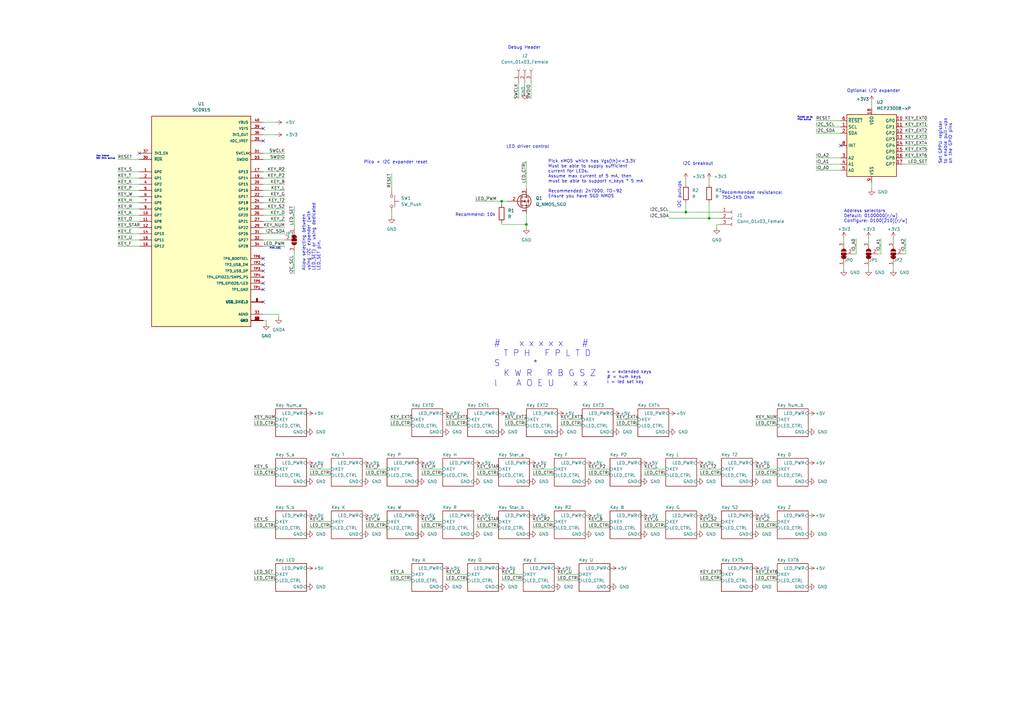
<source format=kicad_sch>
(kicad_sch (version 20211123) (generator eeschema)
  (paper "A3")
  (title_block (title "Keyboard") (rev "1"))
  (junction (at 290.83 89.535))
  (junction (at 281.305 86.995))
  (junction (at 205.74 82.55))
  (junction (at 215.9 92.075))
  (no_connect (at 57.15 62.865))
  (no_connect (at 107.95 123.825))
  (no_connect (at 107.95 57.785))
  (no_connect (at 107.95 52.705))
  (no_connect (at 107.95 111.125))
  (no_connect (at 107.95 108.585))
  (no_connect (at 107.95 116.205))
  (no_connect (at 107.95 118.745))
  (no_connect (at 107.95 106.045))
  (no_connect (at 344.805 59.69))
  (wire (pts (xy 334.645 49.53) (xy 344.805 49.53)))
  (wire (pts (xy 287.02 194.945) (xy 295.91 194.945)))
  (wire (pts (xy 107.95 83.185) (xy 116.84 83.185)))
  (wire (pts (xy 48.26 73.025) (xy 57.15 73.025)))
  (wire (pts (xy 229.87 172.085) (xy 238.76 172.085)))
  (wire (pts (xy 370.205 49.53) (xy 380.365 49.53)))
  (wire (pts (xy 281.305 86.995) (xy 295.275 86.995)))
  (wire (pts (xy 295.275 92.075) (xy 294.005 92.075)))
  (wire (pts (xy 218.44 194.945) (xy 227.33 194.945)))
  (wire (pts (xy 107.95 95.885) (xy 116.84 95.885)))
  (wire (pts (xy 107.95 100.965) (xy 116.84 100.965)))
  (wire (pts (xy 107.95 50.165) (xy 113.03 50.165)))
  (wire (pts (xy 207.01 172.085) (xy 215.9 172.085)))
  (wire (pts (xy 160.655 71.12) (xy 160.655 77.47)))
  (wire (pts (xy 370.205 54.61) (xy 380.365 54.61)))
  (wire (pts (xy 215.9 92.075) (xy 215.9 93.345)))
  (wire (pts (xy 120.65 84.455) (xy 120.65 93.345)))
  (wire (pts (xy 195.58 194.945) (xy 204.47 194.945)))
  (wire (pts (xy 182.88 235.585) (xy 191.77 235.585)))
  (wire (pts (xy 229.87 174.625) (xy 238.76 174.625)))
  (wire (pts (xy 309.88 238.125) (xy 318.77 238.125)))
  (wire (pts (xy 361.315 97.79) (xy 361.315 104.14)))
  (wire (pts (xy 107.95 70.485) (xy 116.84 70.485)))
  (wire (pts (xy 104.14 213.995) (xy 113.03 213.995)))
  (wire (pts (xy 160.02 172.085) (xy 168.91 172.085)))
  (wire (pts (xy 107.95 65.405) (xy 116.84 65.405)))
  (wire (pts (xy 287.02 192.405) (xy 295.91 192.405)))
  (wire (pts (xy 228.6 238.125) (xy 237.49 238.125)))
  (wire (pts (xy 48.26 95.885) (xy 57.15 95.885)))
  (wire (pts (xy 370.205 57.15) (xy 380.365 57.15)))
  (wire (pts (xy 107.95 93.345) (xy 116.84 93.345)))
  (wire (pts (xy 371.475 97.79) (xy 371.475 104.14)))
  (wire (pts (xy 172.72 213.995) (xy 181.61 213.995)))
  (wire (pts (xy 351.155 104.14) (xy 349.885 104.14)))
  (wire (pts (xy 107.95 98.425) (xy 116.84 98.425)))
  (wire (pts (xy 309.88 235.585) (xy 318.77 235.585)))
  (wire (pts (xy 48.26 98.425) (xy 57.15 98.425)))
  (wire (pts (xy 48.26 70.485) (xy 57.15 70.485)))
  (wire (pts (xy 104.14 238.125) (xy 113.03 238.125)))
  (wire (pts (xy 356.235 97.79) (xy 356.235 99.06)))
  (wire (pts (xy 356.235 109.22) (xy 356.235 110.49)))
  (wire (pts (xy 107.95 90.805) (xy 116.84 90.805)))
  (wire (pts (xy 361.315 104.14) (xy 360.045 104.14)))
  (wire (pts (xy 218.44 213.995) (xy 227.33 213.995)))
  (wire (pts (xy 114.3 128.905) (xy 107.95 128.905)))
  (wire (pts (xy 241.3 216.535) (xy 250.19 216.535)))
  (wire (pts (xy 351.155 97.79) (xy 351.155 104.14)))
  (wire (pts (xy 215.265 33.655) (xy 215.265 38.1)))
  (wire (pts (xy 215.9 87.63) (xy 215.9 92.075)))
  (wire (pts (xy 264.16 213.995) (xy 273.05 213.995)))
  (wire (pts (xy 241.3 194.945) (xy 250.19 194.945)))
  (wire (pts (xy 149.86 216.535) (xy 158.75 216.535)))
  (wire (pts (xy 287.02 235.585) (xy 295.91 235.585)))
  (wire (pts (xy 205.74 83.82) (xy 205.74 82.55)))
  (wire (pts (xy 160.655 87.63) (xy 160.655 88.9)))
  (wire (pts (xy 309.88 216.535) (xy 318.77 216.535)))
  (wire (pts (xy 104.14 235.585) (xy 113.03 235.585)))
  (wire (pts (xy 107.95 80.645) (xy 116.84 80.645)))
  (wire (pts (xy 149.86 192.405) (xy 158.75 192.405)))
  (wire (pts (xy 281.305 73.66) (xy 281.305 75.565)))
  (wire (pts (xy 48.26 100.965) (xy 57.15 100.965)))
  (wire (pts (xy 205.74 82.55) (xy 208.28 82.55)))
  (wire (pts (xy 371.475 104.14) (xy 370.205 104.14)))
  (wire (pts (xy 104.14 194.945) (xy 113.03 194.945)))
  (wire (pts (xy 104.14 172.085) (xy 113.03 172.085)))
  (wire (pts (xy 366.395 109.22) (xy 366.395 110.49)))
  (wire (pts (xy 120.65 103.505) (xy 120.65 112.395)))
  (wire (pts (xy 207.01 174.625) (xy 215.9 174.625)))
  (wire (pts (xy 48.26 93.345) (xy 57.15 93.345)))
  (wire (pts (xy 290.83 89.535) (xy 295.275 89.535)))
  (wire (pts (xy 287.02 213.995) (xy 295.91 213.995)))
  (wire (pts (xy 218.44 192.405) (xy 227.33 192.405)))
  (wire (pts (xy 228.6 235.585) (xy 237.49 235.585)))
  (wire (pts (xy 274.32 89.535) (xy 290.83 89.535)))
  (wire (pts (xy 287.02 216.535) (xy 295.91 216.535)))
  (wire (pts (xy 309.88 194.945) (xy 318.77 194.945)))
  (wire (pts (xy 107.95 88.265) (xy 116.84 88.265)))
  (wire (pts (xy 287.02 238.125) (xy 295.91 238.125)))
  (wire (pts (xy 264.16 216.535) (xy 273.05 216.535)))
  (wire (pts (xy 127 216.535) (xy 135.89 216.535)))
  (wire (pts (xy 309.88 192.405) (xy 318.77 192.405)))
  (wire (pts (xy 218.44 216.535) (xy 227.33 216.535)))
  (wire (pts (xy 357.505 41.91) (xy 357.505 44.45)))
  (wire (pts (xy 160.02 235.585) (xy 168.91 235.585)))
  (wire (pts (xy 48.26 88.265) (xy 57.15 88.265)))
  (wire (pts (xy 346.075 97.79) (xy 346.075 99.06)))
  (wire (pts (xy 109.22 131.445) (xy 107.95 131.445)))
  (wire (pts (xy 48.26 80.645) (xy 57.15 80.645)))
  (wire (pts (xy 370.205 67.31) (xy 380.365 67.31)))
  (wire (pts (xy 264.16 192.405) (xy 273.05 192.405)))
  (wire (pts (xy 172.72 194.945) (xy 181.61 194.945)))
  (wire (pts (xy 346.075 109.22) (xy 346.075 110.49)))
  (wire (pts (xy 217.805 33.655) (xy 217.805 40.64)))
  (wire (pts (xy 366.395 97.79) (xy 366.395 99.06)))
  (wire (pts (xy 182.88 238.125) (xy 191.77 238.125)))
  (wire (pts (xy 194.945 82.55) (xy 205.74 82.55)))
  (wire (pts (xy 182.88 174.625) (xy 191.77 174.625)))
  (wire (pts (xy 334.645 69.85) (xy 344.805 69.85)))
  (wire (pts (xy 215.9 66.04) (xy 215.9 77.47)))
  (wire (pts (xy 104.14 192.405) (xy 113.03 192.405)))
  (wire (pts (xy 160.02 238.125) (xy 168.91 238.125)))
  (wire (pts (xy 107.95 85.725) (xy 116.84 85.725)))
  (wire (pts (xy 48.26 83.185) (xy 57.15 83.185)))
  (wire (pts (xy 107.95 73.025) (xy 116.84 73.025)))
  (wire (pts (xy 205.74 91.44) (xy 205.74 92.075)))
  (wire (pts (xy 334.645 54.61) (xy 344.805 54.61)))
  (wire (pts (xy 107.95 78.105) (xy 116.84 78.105)))
  (wire (pts (xy 309.88 213.995) (xy 318.77 213.995)))
  (wire (pts (xy 205.74 238.125) (xy 214.63 238.125)))
  (wire (pts (xy 195.58 213.995) (xy 204.47 213.995)))
  (wire (pts (xy 252.73 174.625) (xy 261.62 174.625)))
  (wire (pts (xy 370.205 64.77) (xy 380.365 64.77)))
  (wire (pts (xy 241.3 213.995) (xy 250.19 213.995)))
  (wire (pts (xy 127 194.945) (xy 135.89 194.945)))
  (wire (pts (xy 309.88 172.085) (xy 318.77 172.085)))
  (wire (pts (xy 370.205 62.23) (xy 380.365 62.23)))
  (wire (pts (xy 274.32 86.995) (xy 281.305 86.995)))
  (wire (pts (xy 370.205 59.69) (xy 380.365 59.69)))
  (wire (pts (xy 48.26 65.405) (xy 57.15 65.405)))
  (wire (pts (xy 104.14 174.625) (xy 113.03 174.625)))
  (wire (pts (xy 290.83 73.66) (xy 290.83 75.565)))
  (wire (pts (xy 107.95 62.865) (xy 116.84 62.865)))
  (wire (pts (xy 290.83 83.185) (xy 290.83 89.535)))
  (wire (pts (xy 195.58 192.405) (xy 204.47 192.405)))
  (wire (pts (xy 149.86 213.995) (xy 158.75 213.995)))
  (wire (pts (xy 107.95 55.245) (xy 113.03 55.245)))
  (wire (pts (xy 127 192.405) (xy 135.89 192.405)))
  (wire (pts (xy 205.74 235.585) (xy 214.63 235.585)))
  (wire (pts (xy 334.645 64.77) (xy 344.805 64.77)))
  (wire (pts (xy 334.645 67.31) (xy 344.805 67.31)))
  (wire (pts (xy 281.305 83.185) (xy 281.305 86.995)))
  (wire (pts (xy 205.74 92.075) (xy 215.9 92.075)))
  (wire (pts (xy 357.505 74.93) (xy 357.505 77.47)))
  (wire (pts (xy 252.73 172.085) (xy 261.62 172.085)))
  (wire (pts (xy 212.725 33.655) (xy 212.725 40.64)))
  (wire (pts (xy 48.26 75.565) (xy 57.15 75.565)))
  (wire (pts (xy 264.16 194.945) (xy 273.05 194.945)))
  (wire (pts (xy 107.95 75.565) (xy 116.84 75.565)))
  (wire (pts (xy 149.86 194.945) (xy 158.75 194.945)))
  (wire (pts (xy 160.02 174.625) (xy 168.91 174.625)))
  (wire (pts (xy 172.72 192.405) (xy 181.61 192.405)))
  (wire (pts (xy 294.005 92.075) (xy 294.005 93.345)))
  (wire (pts (xy 104.14 216.535) (xy 113.03 216.535)))
  (wire (pts (xy 309.88 174.625) (xy 318.77 174.625)))
  (wire (pts (xy 48.26 90.805) (xy 57.15 90.805)))
  (wire (pts (xy 48.26 85.725) (xy 57.15 85.725)))
  (wire (pts (xy 182.88 172.085) (xy 191.77 172.085)))
  (wire (pts (xy 127 213.995) (xy 135.89 213.995)))
  (wire (pts (xy 172.72 216.535) (xy 181.61 216.535)))
  (wire (pts (xy 370.205 52.07) (xy 380.365 52.07)))
  (wire (pts (xy 109.22 132.715) (xy 109.22 131.445)))
  (wire (pts (xy 114.3 130.175) (xy 114.3 128.905)))
  (wire (pts (xy 334.645 52.07) (xy 344.805 52.07)))
  (wire (pts (xy 48.26 78.105) (xy 57.15 78.105)))
  (wire (pts (xy 241.3 192.405) (xy 250.19 192.405)))
  (wire (pts (xy 195.58 216.535) (xy 204.47 216.535)))
  (text "Set GPPU register\nto enable pull-ups\non the GPIO pins" (at 390.525 67.31 90) (effects (font (size 1.27 1.27)) (justify left bottom)))
  (text "LED driver control" (at 207.645 60.96 0) (effects (font (size 1.27 1.27)) (justify left bottom)))
  (text "#    x x x x x    #\n  T P H   F P L T D\nS       *\n  K W R   R B G S Z\nl    A O E U    x x" (at 202.565 158.75 0) (effects (font (size 2.54 2.54)) (justify left bottom)))
  (text "Recommend: 10k" (at 186.69 88.9 0) (effects (font (size 1.27 1.27)) (justify left bottom)))
  (text "PWM_A[6]" (at 110.49 102.235 0) (effects (font (size 0.635 0.635)) (justify left bottom)))
  (text "I2C pullups" (at 279.4 74.295 270) (effects (font (size 1.27 1.27)) (justify right bottom)))
  (text "Recommended resistance:\n750~1K5 Ohm" (at 295.91 81.915 0) (effects (font (size 1.27 1.27)) (justify left bottom)))
  (text "Debug Header" (at 208.28 20.32 0) (effects (font (size 1.27 1.27)) (justify left bottom)))
  (text "Address selectors\nDefault: 0100000[r/w]\nConfigure: 0100[210][r/w]" (at 346.075 91.44 0) (effects (font (size 1.27 1.27)) (justify left bottom)))
  (text "I2C breakout" (at 280.035 67.945 0) (effects (font (size 1.27 1.27)) (justify left bottom)))
  (text "Optional I/O expander" (at 347.345 38.1 0) (effects (font (size 1.27 1.27)) (justify left bottom)))
  (text "Allow selecting between\nusing I2C expander (with\nLED_SET) or using dedicated\nLED_SET pin." (at 131.445 111.125 90) (effects (font (size 1.27 1.27)) (justify left bottom)))
  (text "Has interal\n50k Ohm pullup" (at 39.37 65.405 0) (effects (font (size 0.635 0.635)) (justify left bottom)))
  (text "x = extended keys\n# = num keys\nl = led set key" (at 248.92 157.48 0) (effects (font (size 1.27 1.27)) (justify left bottom)))
  (text "Pick nMOS which has Vgs(th)<<3.3V\nMust be able to supply sufficient\ncurrent for LEDs.\nAssume max current of 5 mA, then\nmust be able to support n_keys * 5 mA\n\nRecommended: 2n7000, TO-92\nEnsure you have SGD NMOS\n" (at 224.79 81.28 0) (effects (font (size 1.27 1.27)) (justify left bottom)))
  (text "Pico + I2C expander reset" (at 149.225 67.31 0) (effects (font (size 1.27 1.27)) (justify left bottom)))
  (text "Pulled up by\nPico pullup" (at 327.025 49.53 0) (effects (font (size 0.635 0.635)) (justify left bottom)))
  (label "KEY_H" (at 172.72 192.405 0))
  (label "KEY_EXT1" (at 182.88 172.085 0))
  (label "KEY_P" (at 48.26 78.105 0))
  (label "LED_CTRL" (at 264.16 216.535 0))
  (label "KEY_S" (at 104.14 213.995 0))
  (label "KEY_Z" (at 116.84 90.805 180))
  (label "KEY_E" (at 205.74 235.585 0))
  (label "I2C_SDA" (at 274.32 89.535 180))
  (label "KEY_NUM" (at 309.88 172.085 0))
  (label "LED_CTRL" (at 215.9 66.04 270))
  (label "KEY_S" (at 104.14 192.405 0))
  (label "IO_A2" (at 371.475 97.79 270))
  (label "KEY_E" (at 48.26 95.885 0))
  (label "RESET" (at 48.26 65.405 0))
  (label "LED_CTRL" (at 104.14 216.535 0))
  (label "LED_CTRL" (at 160.02 238.125 0))
  (label "KEY_D" (at 116.84 88.265 180))
  (label "RESET" (at 160.655 71.12 270))
  (label "KEY_A" (at 48.26 88.265 0))
  (label "LED_CTRL" (at 127 194.945 0))
  (label "SWDIO" (at 217.805 40.64 90))
  (label "SWCLK" (at 116.84 62.865 180))
  (label "KEY_G" (at 264.16 213.995 0))
  (label "KEY_STAR" (at 48.26 93.345 0))
  (label "KEY_K" (at 127 213.995 0))
  (label "KEY_D" (at 309.88 192.405 0))
  (label "KEY_A" (at 160.02 235.585 0))
  (label "LED_CTRL" (at 241.3 194.945 0))
  (label "LED_CTRL" (at 205.74 238.125 0))
  (label "LED_SET" (at 104.14 235.585 0))
  (label "LED_CTRL" (at 172.72 216.535 0))
  (label "KEY_U" (at 48.26 98.425 0))
  (label "KEY_F" (at 48.26 100.965 0))
  (label "RESET" (at 334.645 49.53 0))
  (label "KEY_T" (at 127 192.405 0))
  (label "I2C_SDA" (at 334.645 54.61 0))
  (label "I2C_SCL" (at 120.65 112.395 90))
  (label "KEY_EXT2" (at 380.365 54.61 180))
  (label "KEY_EXT3" (at 380.365 57.15 180))
  (label "KEY_U" (at 228.6 235.585 0))
  (label "LED_CTRL" (at 309.88 238.125 0))
  (label "KEY_T" (at 48.26 73.025 0))
  (label "KEY_R2" (at 218.44 213.995 0))
  (label "IO_A2" (at 334.645 64.77 0))
  (label "SWCLK" (at 212.725 40.64 90))
  (label "KEY_L" (at 116.84 78.105 180))
  (label "LED_PWM" (at 194.945 82.55 0))
  (label "LED_CTRL" (at 182.88 238.125 0))
  (label "KEY_W" (at 149.86 213.995 0))
  (label "KEY_EXT4" (at 380.365 59.69 180))
  (label "LED_CTRL" (at 241.3 216.535 0))
  (label "LED_CTRL" (at 160.02 174.625 0))
  (label "KEY_B" (at 241.3 213.995 0))
  (label "LED_CTRL" (at 104.14 238.125 0))
  (label "KEY_B" (at 116.84 75.565 180))
  (label "LED_CTRL" (at 104.14 194.945 0))
  (label "KEY_R" (at 48.26 85.725 0))
  (label "LED_CTRL" (at 207.01 174.625 0))
  (label "KEY_R2" (at 116.84 70.485 180))
  (label "IO_A0" (at 334.645 69.85 0))
  (label "LED_CTRL" (at 264.16 194.945 0))
  (label "LED_PWM" (at 116.84 100.965 180))
  (label "KEY_EXT5" (at 380.365 62.23 180))
  (label "LED_SET" (at 120.65 84.455 270))
  (label "IO_A1" (at 334.645 67.31 0))
  (label "LED_CTRL" (at 309.88 194.945 0))
  (label "LED_CTRL" (at 218.44 216.535 0))
  (label "SWDIO" (at 116.84 65.405 180))
  (label "KEY_F" (at 218.44 192.405 0))
  (label "KEY_S" (at 48.26 70.485 0))
  (label "LED_SET" (at 380.365 67.31 180))
  (label "KEY_O" (at 182.88 235.585 0))
  (label "KEY_EXT6" (at 309.88 235.585 0))
  (label "I2C_SCL" (at 334.645 52.07 0))
  (label "LED_CTRL" (at 252.73 174.625 0))
  (label "LED_CTRL" (at 195.58 216.535 0))
  (label "KEY_K" (at 48.26 75.565 0))
  (label "KEY_NUM" (at 104.14 172.085 0))
  (label "KEY_L" (at 264.16 192.405 0))
  (label "KEY_EXT6" (at 380.365 64.77 180))
  (label "LED_CTRL" (at 287.02 194.945 0))
  (label "KEY_EXT1" (at 380.365 52.07 180))
  (label "I2C_SCL" (at 274.32 86.995 180))
  (label "LED_CTRL" (at 229.87 174.625 0))
  (label "LED_CTRL" (at 287.02 216.535 0))
  (label "LED_CTRL" (at 228.6 238.125 0))
  (label "KEY_EXT2" (at 207.01 172.085 0))
  (label "KEY_G" (at 116.84 80.645 180))
  (label "LED_CTRL" (at 149.86 194.945 0))
  (label "KEY_EXT5" (at 287.02 235.585 0))
  (label "KEY_EXT4" (at 252.73 172.085 0))
  (label "KEY_EXT0" (at 380.365 49.53 180))
  (label "LED_CTRL" (at 149.86 216.535 0))
  (label "KEY_P" (at 149.86 192.405 0))
  (label "KEY_NUM" (at 116.84 93.345 180))
  (label "IO_A0" (at 351.155 97.79 270))
  (label "LED_CTRL" (at 309.88 216.535 0))
  (label "LED_CTRL" (at 195.58 194.945 0))
  (label "KEY_STAR" (at 195.58 192.405 0))
  (label "KEY_R" (at 172.72 213.995 0))
  (label "KEY_Z" (at 309.88 213.995 0))
  (label "KEY_P2" (at 116.84 73.025 180))
  (label "KEY_T2" (at 116.84 83.185 180))
  (label "LED_CTRL" (at 287.02 238.125 0))
  (label "KEY_EXT3" (at 229.87 172.085 0))
  (label "KEY_T2" (at 287.02 192.405 0))
  (label "I2C_SDA" (at 116.84 95.885 180))
  (label "KEY_EXT0" (at 160.02 172.085 0))
  (label "KEY_P2" (at 241.3 192.405 0))
  (label "KEY_O" (at 48.26 90.805 0))
  (label "LED_CTRL" (at 172.72 194.945 0))
  (label "KEY_STAR" (at 195.58 213.995 0))
  (label "KEY_S2" (at 287.02 213.995 0))
  (label "LED_CTRL" (at 127 216.535 0))
  (label "KEY_S2" (at 116.84 85.725 180))
  (label "KEY_W" (at 48.26 80.645 0))
  (label "LED_CTRL" (at 218.44 194.945 0))
  (label "LED_CTRL" (at 309.88 174.625 0))
  (label "LED_CTRL" (at 182.88 174.625 0))
  (label "KEY_H" (at 48.26 83.185 0))
  (label "LED_CTRL" (at 104.14 174.625 0))
  (label "IO_A1" (at 361.315 97.79 270))
  (symbol (lib_id "power:GND") (at 331.47 177.165 90) (unit 1)
    (property "Reference" "#PWR0106" (effects hide))
    (property "Value" "GND" (at 335.28 177.1649 90) (effects (justify right)))
  )
  (symbol (lib_id "power:+3V3") (at 281.305 73.66 0) (unit 1)
    (property "Reference" "#PWR0124" (effects hide))
    (property "Value" "+3V3" (at 283.845 72.3899 0) (effects (justify left)))
  )
  (symbol (lib_id "power:GND") (at 331.47 197.485 90) (unit 1)
    (property "Reference" "#PWR0110" (effects hide))
    (property "Value" "GND" (at 335.28 197.4849 90) (effects (justify right)))
  )
  (symbol (lib_id "power:+5V") (at 308.61 189.865 270) (unit 1)
    (property "Reference" "#PWR0128" (effects hide))
    (property "Value" "+5V" (at 315.595 189.865 90) (effects (justify right)))
  )
  (symbol (lib_id "power:+5V") (at 331.47 211.455 270) (unit 1)
    (property "Reference" "#PWR0103" (effects hide))
    (property "Value" "+5V" (at 338.455 211.455 90) (effects (justify right)))
  )
  (symbol (lib_id "Jumper:SolderJumper_3_Bridged12") (at 366.395 104.14 90) (unit 1)
    (property "Reference" "JP2" (at 370.205 106.68 90) (effects (justify left)))
    (property "Value" "SolderJumper_3_Bridged12" (effects hide))
    (property "Footprint" "Jumper:SolderJumper-3_P1.3mm_Bridged12_RoundedPad1.0x1.5mm" (effects hide))
  )
  (symbol (lib_id "power:GND") (at 308.61 197.485 90) (unit 1)
    (property "Reference" "#PWR0129" (effects hide))
    (property "Value" "GND" (at 312.42 197.4849 90) (effects (justify right)))
  )
  (symbol (lib_id "power:GND") (at 125.73 197.485 90) (unit 1)
    (property "Reference" "#PWR0181" (effects hide))
    (property "Value" "GND" (at 129.54 197.4849 90) (effects (justify right)))
  )
  (symbol (lib_id "power:+5V") (at 262.89 189.865 270) (unit 1)
    (property "Reference" "#PWR0111" (effects hide))
    (property "Value" "+5V" (at 269.875 189.865 90) (effects (justify right)))
  )
  (symbol (lib_id "power:GND") (at 109.22 132.715 0) (unit 1)
    (property "Reference" "#PWR0146" (effects hide))
    (property "Value" "GND" (at 109.22 137.795 0))
  )
  (symbol (lib_id "power:GND") (at 125.73 240.665 90) (unit 1)
    (property "Reference" "#PWR0168" (effects hide))
    (property "Value" "GND" (at 129.54 240.6649 90) (effects (justify right)))
  )
  (symbol (lib_id "power:GND") (at 346.075 110.49 0) (unit 1)
    (property "Reference" "#PWR0117" (effects hide))
    (property "Value" "GND" (at 348.615 111.7599 0) (effects (justify left)))
  )
  (symbol (lib_id "power:GND") (at 217.17 219.075 90) (unit 1)
    (property "Reference" "#PWR0155" (effects hide))
    (property "Value" "GND" (at 220.98 219.0749 90) (effects (justify right)))
  )
  (symbol (lib_id "power:GND") (at 181.61 240.665 90) (unit 1)
    (property "Reference" "#PWR0164" (effects hide))
    (property "Value" "GND" (at 185.42 240.6649 90) (effects (justify right)))
  )
  (symbol (lib_id "power:+5V") (at 171.45 211.455 270) (unit 1)
    (property "Reference" "#PWR0157" (effects hide))
    (property "Value" "+5V" (at 178.435 211.455 90) (effects (justify right)))
  )
  (symbol (lib_id "power:+5V") (at 285.75 189.865 270) (unit 1)
    (property "Reference" "#PWR0130" (effects hide))
    (property "Value" "+5V" (at 292.735 189.865 90) (effects (justify right)))
  )
  (symbol (lib_id "Device:Q_NMOS_SGD") (at 213.36 82.55 0) (unit 1)
    (property "Reference" "Q1" (at 219.71 81.2799 0) (effects (justify left)))
    (property "Value" "Q_NMOS_SGD" (at 219.71 83.8199 0) (effects (justify left)))
    (property "Footprint" "Package_TO_SOT_THT:TO-92L_Inline" (effects hide))
  )
  (symbol (lib_id "power:GND") (at 357.505 77.47 0) (unit 1)
    (property "Reference" "#PWR0116" (effects hide))
    (property "Value" "GND" (at 360.045 78.7399 0) (effects (justify left)))
  )
  (symbol (lib_id "power:+3V3") (at 356.235 97.79 0) (unit 1)
    (property "Reference" "#PWR0119" (effects hide))
    (property "Value" "+3V3" (at 353.695 93.98 0) (effects (justify left)))
  )
  (symbol (lib_id "power:+5V") (at 171.45 189.865 270) (unit 1)
    (property "Reference" "#PWR0176" (effects hide))
    (property "Value" "+5V" (at 178.435 189.865 90) (effects (justify right)))
  )
  (symbol (lib_id "power:+5V") (at 148.59 189.865 270) (unit 1)
    (property "Reference" "#PWR0184" (effects hide))
    (property "Value" "+5V" (at 155.575 189.865 90) (effects (justify right)))
  )
  (symbol (lib_id "power:+3V3") (at 113.03 55.245 270) (unit 1)
    (property "Reference" "#PWR0149" (effects hide))
    (property "Value" "+3V3" (at 116.84 55.2449 90) (effects (justify left)))
  )
  (symbol (lib_id "power:+5V") (at 285.75 211.455 270) (unit 1)
    (property "Reference" "#PWR0135" (effects hide))
    (property "Value" "+5V" (at 292.735 211.455 90) (effects (justify right)))
  )
  (symbol (lib_id "power:+5V") (at 181.61 169.545 270) (unit 1)
    (property "Reference" "#PWR0178" (effects hide))
    (property "Value" "+5V" (at 188.595 169.545 90) (effects (justify right)))
  )
  (symbol (lib_id "power:GND") (at 356.235 110.49 0) (unit 1)
    (property "Reference" "#PWR0122" (effects hide))
    (property "Value" "GND" (at 358.775 111.7599 0) (effects (justify left)))
  )
  (symbol (lib_id "power:GND") (at 160.655 88.9 0) (unit 1)
    (property "Reference" "#PWR0150" (effects hide))
    (property "Value" "GND" (at 160.655 93.98 0))
  )
  (symbol (lib_id "Switch:SW_Push") (at 160.655 82.55 270) (unit 1)
    (property "Reference" "SW1" (at 164.465 81.2799 90) (effects (justify left)))
    (property "Value" "SW_Push" (at 164.465 83.8199 90) (effects (justify left)))
    (property "Footprint" "Connector_PinHeader_2.54mm:PinHeader_1x02_P2.54mm_Vertical" (effects hide))
  )
  (symbol (lib_id "power:+5V") (at 240.03 211.455 270) (unit 1)
    (property "Reference" "#PWR0143" (effects hide))
    (property "Value" "+5V" (at 247.015 211.455 90) (effects (justify right)))
  )
  (symbol (lib_id "Jumper:SolderJumper_3_Bridged12") (at 346.075 104.14 90) (unit 1)
    (property "Reference" "JP0" (at 349.885 106.68 90) (effects (justify left)))
    (property "Value" "SolderJumper_3_Bridged12" (effects hide))
    (property "Footprint" "Jumper:SolderJumper-3_P1.3mm_Bridged12_RoundedPad1.0x1.5mm" (effects hide))
  )
  (symbol (lib_id "power:GND") (at 240.03 197.485 90) (unit 1)
    (property "Reference" "#PWR0142" (effects hide))
    (property "Value" "GND" (at 243.84 197.4849 90) (effects (justify right)))
  )
  (symbol (lib_id "power:GND") (at 125.73 177.165 90) (unit 1)
    (property "Reference" "#PWR0183" (effects hide))
    (property "Value" "GND" (at 129.54 177.1649 90) (effects (justify right)))
  )
  (symbol (lib_id "power:GND") (at 194.31 197.485 90) (unit 1)
    (property "Reference" "#PWR0175" (effects hide))
    (property "Value" "GND" (at 198.12 197.4849 90) (effects (justify right)))
  )
  (symbol (lib_id "power:GND") (at 308.61 240.665 90) (unit 1)
    (property "Reference" "#PWR0105" (effects hide))
    (property "Value" "GND" (at 312.42 240.6649 90) (effects (justify right)))
  )
  (symbol (lib_id "Connector:Conn_01x03_Female") (at 215.265 28.575 90) (unit 1)
    (property "Reference" "J2" (at 215.265 22.86 90))
    (property "Value" "Conn_01x03_Female" (at 215.265 25.4 90))
    (property "Footprint" "Connector_PinSocket_2.54mm:PinSocket_1x03_P2.54mm_Vertical" (effects hide))
  )
  (symbol (lib_id "power:GND") (at 171.45 197.485 90) (unit 1)
    (property "Reference" "#PWR0173" (effects hide))
    (property "Value" "GND" (at 175.26 197.4849 90) (effects (justify right)))
  )
  (symbol (lib_id "power:GND") (at 250.19 240.665 90) (unit 1)
    (property "Reference" "#PWR0153" (effects hide))
    (property "Value" "GND" (at 254 240.6649 90) (effects (justify right)))
  )
  (symbol (lib_id "power:+5V") (at 331.47 169.545 270) (unit 1)
    (property "Reference" "#PWR0108" (effects hide))
    (property "Value" "+5V" (at 338.455 169.545 90) (effects (justify right)))
  )
  (symbol (lib_id "power:+5V") (at 113.03 50.165 270) (unit 1)
    (property "Reference" "#PWR0148" (effects hide))
    (property "Value" "+5V" (at 116.84 50.1649 90) (effects (justify left)))
  )
  (symbol (lib_id "power:+5V") (at 228.6 169.545 270) (unit 1)
    (property "Reference" "#PWR0126" (effects hide))
    (property "Value" "+5V" (at 235.585 169.545 90) (effects (justify right)))
  )
  (symbol (lib_id "power:GND") (at 262.89 219.075 90) (unit 1)
    (property "Reference" "#PWR0151" (effects hide))
    (property "Value" "GND" (at 266.7 219.0749 90) (effects (justify right)))
  )
  (symbol (lib_id "power:+5V") (at 331.47 189.865 270) (unit 1)
    (property "Reference" "#PWR0109" (effects hide))
    (property "Value" "+5V" (at 338.455 189.865 90) (effects (justify right)))
  )
  (symbol (lib_id "power:+5V") (at 125.73 211.455 270) (unit 1)
    (property "Reference" "#PWR0170" (effects hide))
    (property "Value" "+5V" (at 132.715 211.455 90) (effects (justify right)))
  )
  (symbol (lib_id "power:GND") (at 171.45 219.075 90) (unit 1)
    (property "Reference" "#PWR0158" (effects hide))
    (property "Value" "GND" (at 175.26 219.0749 90) (effects (justify right)))
  )
  (symbol (lib_id "power:+5V") (at 251.46 169.545 270) (unit 1)
    (property "Reference" "#PWR0113" (effects hide))
    (property "Value" "+5V" (at 258.445 169.545 90) (effects (justify right)))
  )
  (symbol (lib_id "power:+5V") (at 331.47 233.045 270) (unit 1)
    (property "Reference" "#PWR0102" (effects hide))
    (property "Value" "+5V" (at 338.455 233.045 90) (effects (justify right)))
  )
  (symbol (lib_id "power:GND") (at 240.03 219.075 90) (unit 1)
    (property "Reference" "#PWR0144" (effects hide))
    (property "Value" "GND" (at 243.84 219.0749 90) (effects (justify right)))
  )
  (symbol (lib_id "power:GND") (at 148.59 219.075 90) (unit 1)
    (property "Reference" "#PWR0166" (effects hide))
    (property "Value" "GND" (at 152.4 219.0749 90) (effects (justify right)))
  )
  (symbol (lib_id "power:GND") (at 148.59 197.485 90) (unit 1)
    (property "Reference" "#PWR0165" (effects hide))
    (property "Value" "GND" (at 152.4 197.4849 90) (effects (justify right)))
  )
  (symbol (lib_id "power:+5V") (at 227.33 233.045 270) (unit 1)
    (property "Reference" "#PWR0141" (effects hide))
    (property "Value" "+5V" (at 234.315 233.045 90) (effects (justify right)))
  )
  (symbol (lib_id "power:GND") (at 181.61 177.165 90) (unit 1)
    (property "Reference" "#PWR0177" (effects hide))
    (property "Value" "GND" (at 185.42 177.1649 90) (effects (justify right)))
  )
  (symbol (lib_id "power:GND") (at 294.005 93.345 0) (unit 1)
    (property "Reference" "#PWR0186" (effects hide))
    (property "Value" "GND" (at 294.005 98.425 0))
  )
  (symbol (lib_id "power:+5V") (at 194.31 211.455 270) (unit 1)
    (property "Reference" "#PWR0160" (effects hide))
    (property "Value" "+5V" (at 201.295 211.455 90) (effects (justify right)))
  )
  (symbol (lib_id "power:+5V") (at 217.17 189.865 270) (unit 1)
    (property "Reference" "#PWR0179" (effects hide))
    (property "Value" "+5V" (at 224.155 189.865 90) (effects (justify right)))
  )
  (symbol (lib_id "power:+5V") (at 125.73 189.865 270) (unit 1)
    (property "Reference" "#PWR0182" (effects hide))
    (property "Value" "+5V" (at 132.715 189.865 90) (effects (justify right)))
  )
  (symbol (lib_id "power:GND") (at 331.47 219.075 90) (unit 1)
    (property "Reference" "#PWR0101" (effects hide))
    (property "Value" "GND" (at 335.28 219.0749 90) (effects (justify right)))
  )
  (symbol (lib_id "power:+5V") (at 204.47 169.545 270) (unit 1)
    (property "Reference" "#PWR0180" (effects hide))
    (property "Value" "+5V" (at 211.455 169.545 90) (effects (justify right)))
  )
  (symbol (lib_id "power:GND") (at 285.75 219.075 90) (unit 1)
    (property "Reference" "#PWR0127" (effects hide))
    (property "Value" "GND" (at 289.56 219.0749 90) (effects (justify right)))
  )
  (symbol (lib_id "power:+5V") (at 308.61 211.455 270) (unit 1)
    (property "Reference" "#PWR0137" (effects hide))
    (property "Value" "+5V" (at 315.595 211.455 90) (effects (justify right)))
  )
  (symbol (lib_id "power:GND") (at 262.89 197.485 90) (unit 1)
    (property "Reference" "#PWR0145" (effects hide))
    (property "Value" "GND" (at 266.7 197.4849 90) (effects (justify right)))
  )
  (symbol (lib_id "power:+3V3") (at 357.505 41.91 0) (unit 1)
    (property "Reference" "#PWR0107" (effects hide))
    (property "Value" "+3V3" (at 351.155 40.64 0) (effects (justify left)))
  )
  (symbol (lib_id "power:GND") (at 217.17 197.485 90) (unit 1)
    (property "Reference" "#PWR0154" (effects hide))
    (property "Value" "GND" (at 220.98 197.4849 90) (effects (justify right)))
  )
  (symbol (lib_id "power:+3V3") (at 290.83 73.66 0) (unit 1)
    (property "Reference" "#PWR0123" (effects hide))
    (property "Value" "+3V3" (at 292.735 72.3899 0) (effects (justify left)))
  )
  (symbol (lib_id "power:GND") (at 251.46 177.165 90) (unit 1)
    (property "Reference" "#PWR0112" (effects hide))
    (property "Value" "GND" (at 255.27 177.1649 90) (effects (justify right)))
  )
  (symbol (lib_id "power:+5V") (at 125.73 233.045 270) (unit 1)
    (property "Reference" "#PWR0169" (effects hide))
    (property "Value" "+5V" (at 132.715 233.045 90) (effects (justify right)))
  )
  (symbol (lib_id "power:GND") (at 215.9 93.345 0) (unit 1)
    (property "Reference" "#PWR0125" (effects hide))
    (property "Value" "GND" (at 215.9 98.425 0))
  )
  (symbol (lib_id "power:+3V3") (at 366.395 97.79 0) (unit 1)
    (property "Reference" "#PWR0120" (effects hide))
    (property "Value" "+3V3" (at 363.855 93.98 0) (effects (justify left)))
  )
  (symbol (lib_id "power:GND") (at 194.31 219.075 90) (unit 1)
    (property "Reference" "#PWR0159" (effects hide))
    (property "Value" "GND" (at 198.12 219.0749 90) (effects (justify right)))
  )
  (symbol (lib_id "power:GNDA") (at 114.3 130.175 0) (unit 1)
    (property "Reference" "#PWR0147" (effects hide))
    (property "Value" "GNDA" (at 114.3 135.255 0))
  )
  (symbol (lib_id "SC0915:SC0915") (at 82.55 90.805 0) (unit 1)
    (property "Reference" "U1" (at 82.55 42.545 0))
    (property "Value" "SC0915" (at 82.55 45.085 0))
    (property "Footprint" "RPiPico:MODULE_SC0915" (effects hide))
    (property "MANUFACTURER" "Raspberry Pi" (effects hide))
    (property "STANDARD" "Manufacturer Recommendations" (effects hide))
    (property "PARTREV" "1.6" (effects hide))
    (property "MAXIMUM_PACKAGE_HEIGHT" "3.73mm" (effects hide))
  )
  (symbol (lib_id "power:GND") (at 331.47 240.665 90) (unit 1)
    (property "Reference" "#PWR0104" (effects hide))
    (property "Value" "GND" (at 335.28 240.6649 90) (effects (justify right)))
  )
  (symbol (lib_id "power:+3V3") (at 346.075 97.79 0) (unit 1)
    (property "Reference" "#PWR0121" (effects hide))
    (property "Value" "+3V3" (at 343.535 93.98 0) (effects (justify left)))
  )
  (symbol (lib_id "power:+5V") (at 308.61 233.045 270) (unit 1)
    (property "Reference" "#PWR0136" (effects hide))
    (property "Value" "+5V" (at 315.595 233.045 90) (effects (justify right)))
  )
  (symbol (lib_id "power:GND") (at 274.32 177.165 90) (unit 1)
    (property "Reference" "#PWR0133" (effects hide))
    (property "Value" "GND" (at 278.13 177.1649 90) (effects (justify right)))
  )
  (symbol (lib_id "power:+5V") (at 240.03 189.865 270) (unit 1)
    (property "Reference" "#PWR0114" (effects hide))
    (property "Value" "+5V" (at 247.015 189.865 90) (effects (justify right)))
  )
  (symbol (lib_id "power:+5V") (at 194.31 189.865 270) (unit 1)
    (property "Reference" "#PWR0174" (effects hide))
    (property "Value" "+5V" (at 201.295 189.865 90) (effects (justify right)))
  )
  (symbol (lib_id "power:+5V") (at 125.73 169.545 270) (unit 1)
    (property "Reference" "#PWR0131" (effects hide))
    (property "Value" "+5V" (at 132.715 169.545 90) (effects (justify right)))
  )
  (symbol (lib_id "Interface_Expansion:MCP23008-xP") (at 357.505 59.69 0) (unit 1)
    (property "Reference" "U2" (at 359.5244 41.91 0) (effects (justify left)))
    (property "Value" "MCP23008-xP" (at 359.5244 44.45 0) (effects (justify left)))
    (property "Footprint" "Package_DIP:DIP-18_W7.62mm" (effects hide))
    (property "Datasheet" "http://ww1.microchip.com/downloads/en/DeviceDoc/MCP23008-MCP23S08-Data-Sheet-20001919F.pdf" (effects hide))
  )
  (symbol (lib_id "power:GND") (at 215.265 38.1 0) (unit 1)
    (property "Reference" "#PWR0185" (effects hide))
    (property "Value" "GND" (at 214.63 37.465 90))
  )
  (symbol (lib_id "Jumper:SolderJumper_3_Bridged12") (at 120.65 98.425 270) (unit 1)
    (property "Reference" "JP3" (at 116.84 95.885 90) (effects (justify left)))
    (property "Value" "SolderJumper_3_Bridged12" (effects hide))
    (property "Footprint" "Jumper:SolderJumper-3_P1.3mm_Bridged12_RoundedPad1.0x1.5mm" (effects hide))
  )
  (symbol (lib_id "power:+5V") (at 181.61 233.045 270) (unit 1)
    (property "Reference" "#PWR0163" (effects hide))
    (property "Value" "+5V" (at 188.595 233.045 90) (effects (justify right)))
  )
  (symbol (lib_id "power:GND") (at 228.6 177.165 90) (unit 1)
    (property "Reference" "#PWR0115" (effects hide))
    (property "Value" "GND" (at 232.41 177.1649 90) (effects (justify right)))
  )
  (symbol (lib_id "power:+5V") (at 274.32 169.545 270) (unit 1)
    (property "Reference" "#PWR0134" (effects hide))
    (property "Value" "+5V" (at 281.305 169.545 90) (effects (justify right)))
  )
  (symbol (lib_id "power:GND") (at 227.33 240.665 90) (unit 1)
    (property "Reference" "#PWR0140" (effects hide))
    (property "Value" "GND" (at 231.14 240.6649 90) (effects (justify right)))
  )
  (symbol (lib_id "power:GND") (at 204.47 177.165 90) (unit 1)
    (property "Reference" "#PWR0172" (effects hide))
    (property "Value" "GND" (at 208.28 177.1649 90) (effects (justify right)))
  )
  (symbol (lib_id "power:GND") (at 285.75 197.485 90) (unit 1)
    (property "Reference" "#PWR0132" (effects hide))
    (property "Value" "GND" (at 289.56 197.4849 90) (effects (justify right)))
  )
  (symbol (lib_id "Jumper:SolderJumper_3_Bridged12") (at 356.235 104.14 90) (unit 1)
    (property "Reference" "JP1" (at 360.045 106.68 90) (effects (justify left)))
    (property "Value" "SolderJumper_3_Bridged12" (effects hide))
    (property "Footprint" "Jumper:SolderJumper-3_P1.3mm_Bridged12_RoundedPad1.0x1.5mm" (effects hide))
  )
  (symbol (lib_id "power:GND") (at 125.73 219.075 90) (unit 1)
    (property "Reference" "#PWR0171" (effects hide))
    (property "Value" "GND" (at 129.54 219.0749 90) (effects (justify right)))
  )
  (symbol (lib_id "power:GND") (at 366.395 110.49 0) (unit 1)
    (property "Reference" "#PWR0118" (effects hide))
    (property "Value" "GND" (at 368.935 111.7599 0) (effects (justify left)))
  )
  (symbol (lib_id "Device:R") (at 205.74 87.63 0) (unit 1)
    (property "Reference" "R1" (at 208.28 86.3599 0) (effects (justify left)))
    (property "Value" "R" (at 208.28 88.8999 0) (effects (justify left)))
    (property "Footprint" "Resistor_THT:R_Axial_DIN0204_L3.6mm_D1.6mm_P7.62mm_Horizontal" (effects hide))
  )
  (symbol (lib_id "Connector:Conn_01x03_Female") (at 300.355 89.535 0) (unit 1)
    (property "Reference" "J1" (at 302.26 88.2649 0) (effects (justify left)))
    (property "Value" "Conn_01x03_Female" (at 302.26 90.8049 0) (effects (justify left)))
    (property "Footprint" "Connector_PinSocket_2.54mm:PinSocket_1x03_P2.54mm_Vertical" (effects hide))
  )
  (symbol (lib_id "Device:R") (at 281.305 79.375 0) (unit 1)
    (property "Reference" "R2" (at 283.845 78.1049 0) (effects (justify left)))
    (property "Value" "R" (at 283.845 80.6449 0) (effects (justify left)))
    (property "Footprint" "Resistor_THT:R_Axial_DIN0204_L3.6mm_D1.6mm_P7.62mm_Horizontal" (effects hide))
  )
  (symbol (lib_id "power:GND") (at 308.61 219.075 90) (unit 1)
    (property "Reference" "#PWR0138" (effects hide))
    (property "Value" "GND" (at 312.42 219.0749 90) (effects (justify right)))
  )
  (symbol (lib_id "power:+5V") (at 217.17 211.455 270) (unit 1)
    (property "Reference" "#PWR0156" (effects hide))
    (property "Value" "+5V" (at 224.155 211.455 90) (effects (justify right)))
  )
  (symbol (lib_id "power:+5V") (at 262.89 211.455 270) (unit 1)
    (property "Reference" "#PWR0139" (effects hide))
    (property "Value" "+5V" (at 269.875 211.455 90) (effects (justify right)))
  )
  (symbol (lib_id "power:+5V") (at 148.59 211.455 270) (unit 1)
    (property "Reference" "#PWR0167" (effects hide))
    (property "Value" "+5V" (at 155.575 211.455 90) (effects (justify right)))
  )
  (symbol (lib_id "power:+5V") (at 204.47 233.045 270) (unit 1)
    (property "Reference" "#PWR0161" (effects hide))
    (property "Value" "+5V" (at 211.455 233.045 90) (effects (justify right)))
  )
  (symbol (lib_id "power:GND") (at 204.47 240.665 90) (unit 1)
    (property "Reference" "#PWR0162" (effects hide))
    (property "Value" "GND" (at 208.28 240.6649 90) (effects (justify right)))
  )
  (symbol (lib_id "power:+5V") (at 250.19 233.045 270) (unit 1)
    (property "Reference" "#PWR0152" (effects hide))
    (property "Value" "+5V" (at 257.175 233.045 90) (effects (justify right)))
  )
  (symbol (lib_id "Device:R") (at 290.83 79.375 0) (unit 1)
    (property "Reference" "R3" (at 293.37 78.1049 0) (effects (justify left)))
    (property "Value" "R" (at 293.37 80.6449 0) (effects (justify left)))
    (property "Footprint" "Resistor_THT:R_Axial_DIN0204_L3.6mm_D1.6mm_P7.62mm_Horizontal" (effects hide))
  )
  (sheet (at 181.61 187.96) (size 12.7 11.43) (stroke (width 0.1524))
    (property "Sheet name" "Key H" (at 181.61 187.2484 0) (effects (justify left bottom)))
    (property "Sheet file" "led_key.kicad_sch" (effects hide))
    (pin "KEY" input (at 181.61 192.405 180))
    (pin "LED_CTRL" input (at 181.61 194.945 180))
    (pin "GND" input (at 194.31 197.485 0))
    (pin "LED_PWR" input (at 194.31 189.865 0))
  )
  (sheet (at 238.76 167.64) (size 12.7 11.43) (stroke (width 0.1524))
    (property "Sheet name" "Key EXT3" (at 238.76 166.9284 0) (effects (justify left bottom)))
    (property "Sheet file" "led_key.kicad_sch" (effects hide))
    (pin "KEY" input (at 238.76 172.085 180))
    (pin "LED_CTRL" input (at 238.76 174.625 180))
    (pin "GND" input (at 251.46 177.165 0))
    (pin "LED_PWR" input (at 251.46 169.545 0))
  )
  (sheet (at 273.05 209.55) (size 12.7 11.43) (stroke (width 0.1524))
    (property "Sheet name" "Key G" (at 273.05 208.8384 0) (effects (justify left bottom)))
    (property "Sheet file" "led_key.kicad_sch" (effects hide))
    (pin "KEY" input (at 273.05 213.995 180))
    (pin "LED_CTRL" input (at 273.05 216.535 180))
    (pin "GND" input (at 285.75 219.075 0))
    (pin "LED_PWR" input (at 285.75 211.455 0))
  )
  (sheet (at 168.91 231.14) (size 12.7 11.43) (stroke (width 0.1524))
    (property "Sheet name" "Key A" (at 168.91 230.4284 0) (effects (justify left bottom)))
    (property "Sheet file" "led_key.kicad_sch" (effects hide))
    (pin "KEY" input (at 168.91 235.585 180))
    (pin "LED_CTRL" input (at 168.91 238.125 180))
    (pin "GND" input (at 181.61 240.665 0))
    (pin "LED_PWR" input (at 181.61 233.045 0))
  )
  (sheet (at 135.89 209.55) (size 12.7 11.43) (stroke (width 0.1524))
    (property "Sheet name" "Key K" (at 135.89 208.8384 0) (effects (justify left bottom)))
    (property "Sheet file" "led_key.kicad_sch" (effects hide))
    (pin "KEY" input (at 135.89 213.995 180))
    (pin "LED_CTRL" input (at 135.89 216.535 180))
    (pin "GND" input (at 148.59 219.075 0))
    (pin "LED_PWR" input (at 148.59 211.455 0))
  )
  (sheet (at 135.89 187.96) (size 12.7 11.43) (stroke (width 0.1524))
    (property "Sheet name" "Key T" (at 135.89 187.2484 0) (effects (justify left bottom)))
    (property "Sheet file" "led_key.kicad_sch" (effects hide))
    (pin "KEY" input (at 135.89 192.405 180))
    (pin "LED_CTRL" input (at 135.89 194.945 180))
    (pin "GND" input (at 148.59 197.485 0))
    (pin "LED_PWR" input (at 148.59 189.865 0))
  )
  (sheet (at 168.91 167.64) (size 12.7 11.43) (stroke (width 0.1524))
    (property "Sheet name" "Key EXT0" (at 168.91 166.9284 0) (effects (justify left bottom)))
    (property "Sheet file" "led_key.kicad_sch" (effects hide))
    (pin "KEY" input (at 168.91 172.085 180))
    (pin "LED_CTRL" input (at 168.91 174.625 180))
    (pin "GND" input (at 181.61 177.165 0))
    (pin "LED_PWR" input (at 181.61 169.545 0))
  )
  (sheet (at 214.63 231.14) (size 12.7 11.43) (stroke (width 0.1524))
    (property "Sheet name" "Key E" (at 214.63 230.4284 0) (effects (justify left bottom)))
    (property "Sheet file" "led_key.kicad_sch" (effects hide))
    (pin "KEY" input (at 214.63 235.585 180))
    (pin "LED_CTRL" input (at 214.63 238.125 180))
    (pin "GND" input (at 227.33 240.665 0))
    (pin "LED_PWR" input (at 227.33 233.045 0))
  )
  (sheet (at 250.19 187.96) (size 12.7 11.43) (stroke (width 0.1524))
    (property "Sheet name" "Key P2" (at 250.19 187.2484 0) (effects (justify left bottom)))
    (property "Sheet file" "led_key.kicad_sch" (effects hide))
    (pin "KEY" input (at 250.19 192.405 180))
    (pin "LED_CTRL" input (at 250.19 194.945 180))
    (pin "GND" input (at 262.89 197.485 0))
    (pin "LED_PWR" input (at 262.89 189.865 0))
  )
  (sheet (at 295.91 209.55) (size 12.7 11.43) (stroke (width 0.1524))
    (property "Sheet name" "Key S2" (at 295.91 208.8384 0) (effects (justify left bottom)))
    (property "Sheet file" "led_key.kicad_sch" (effects hide))
    (pin "KEY" input (at 295.91 213.995 180))
    (pin "LED_CTRL" input (at 295.91 216.535 180))
    (pin "GND" input (at 308.61 219.075 0))
    (pin "LED_PWR" input (at 308.61 211.455 0))
  )
  (sheet (at 158.75 187.96) (size 12.7 11.43) (stroke (width 0.1524))
    (property "Sheet name" "Key P" (at 158.75 187.2484 0) (effects (justify left bottom)))
    (property "Sheet file" "led_key.kicad_sch" (effects hide))
    (pin "KEY" input (at 158.75 192.405 180))
    (pin "LED_CTRL" input (at 158.75 194.945 180))
    (pin "GND" input (at 171.45 197.485 0))
    (pin "LED_PWR" input (at 171.45 189.865 0))
  )
  (sheet (at 237.49 231.14) (size 12.7 11.43) (stroke (width 0.1524))
    (property "Sheet name" "Key U" (at 237.49 230.4284 0) (effects (justify left bottom)))
    (property "Sheet file" "led_key.kicad_sch" (effects hide))
    (pin "KEY" input (at 237.49 235.585 180))
    (pin "LED_CTRL" input (at 237.49 238.125 180))
    (pin "GND" input (at 250.19 240.665 0))
    (pin "LED_PWR" input (at 250.19 233.045 0))
  )
  (sheet (at 113.03 209.55) (size 12.7 11.43) (stroke (width 0.1524))
    (property "Sheet name" "Key S_b" (at 113.03 208.8384 0) (effects (justify left bottom)))
    (property "Sheet file" "led_key.kicad_sch" (effects hide))
    (pin "KEY" input (at 113.03 213.995 180))
    (pin "LED_CTRL" input (at 113.03 216.535 180))
    (pin "GND" input (at 125.73 219.075 0))
    (pin "LED_PWR" input (at 125.73 211.455 0))
  )
  (sheet (at 204.47 209.55) (size 12.7 11.43) (stroke (width 0.1524))
    (property "Sheet name" "Key Star_b" (at 204.47 208.8384 0) (effects (justify left bottom)))
    (property "Sheet file" "led_key.kicad_sch" (effects hide))
    (pin "KEY" input (at 204.47 213.995 180))
    (pin "LED_CTRL" input (at 204.47 216.535 180))
    (pin "GND" input (at 217.17 219.075 0))
    (pin "LED_PWR" input (at 217.17 211.455 0))
  )
  (sheet (at 113.03 231.14) (size 12.7 11.43) (stroke (width 0.1524))
    (property "Sheet name" "Key LED" (at 113.03 230.4284 0) (effects (justify left bottom)))
    (property "Sheet file" "led_key.kicad_sch" (effects hide))
    (pin "KEY" input (at 113.03 235.585 180))
    (pin "LED_CTRL" input (at 113.03 238.125 180))
    (pin "GND" input (at 125.73 240.665 0))
    (pin "LED_PWR" input (at 125.73 233.045 0))
  )
  (sheet (at 204.47 187.96) (size 12.7 11.43) (stroke (width 0.1524))
    (property "Sheet name" "Key Star_a" (at 204.47 187.2484 0) (effects (justify left bottom)))
    (property "Sheet file" "led_key.kicad_sch" (effects hide))
    (pin "KEY" input (at 204.47 192.405 180))
    (pin "LED_CTRL" input (at 204.47 194.945 180))
    (pin "GND" input (at 217.17 197.485 0))
    (pin "LED_PWR" input (at 217.17 189.865 0))
  )
  (sheet (at 261.62 167.64) (size 12.7 11.43) (stroke (width 0.1524))
    (property "Sheet name" "Key EXT4" (at 261.62 166.9284 0) (effects (justify left bottom)))
    (property "Sheet file" "led_key.kicad_sch" (effects hide))
    (pin "KEY" input (at 261.62 172.085 180))
    (pin "LED_CTRL" input (at 261.62 174.625 180))
    (pin "GND" input (at 274.32 177.165 0))
    (pin "LED_PWR" input (at 274.32 169.545 0))
  )
  (sheet (at 181.61 209.55) (size 12.7 11.43) (stroke (width 0.1524))
    (property "Sheet name" "Key R" (at 181.61 208.8384 0) (effects (justify left bottom)))
    (property "Sheet file" "led_key.kicad_sch" (effects hide))
    (pin "KEY" input (at 181.61 213.995 180))
    (pin "LED_CTRL" input (at 181.61 216.535 180))
    (pin "GND" input (at 194.31 219.075 0))
    (pin "LED_PWR" input (at 194.31 211.455 0))
  )
  (sheet (at 227.33 209.55) (size 12.7 11.43) (stroke (width 0.1524))
    (property "Sheet name" "Key R2" (at 227.33 208.8384 0) (effects (justify left bottom)))
    (property "Sheet file" "led_key.kicad_sch" (effects hide))
    (pin "KEY" input (at 227.33 213.995 180))
    (pin "LED_CTRL" input (at 227.33 216.535 180))
    (pin "GND" input (at 240.03 219.075 0))
    (pin "LED_PWR" input (at 240.03 211.455 0))
  )
  (sheet (at 318.77 209.55) (size 12.7 11.43) (stroke (width 0.1524))
    (property "Sheet name" "Key Z" (at 318.77 208.8384 0) (effects (justify left bottom)))
    (property "Sheet file" "led_key.kicad_sch" (effects hide))
    (pin "KEY" input (at 318.77 213.995 180))
    (pin "LED_CTRL" input (at 318.77 216.535 180))
    (pin "GND" input (at 331.47 219.075 0))
    (pin "LED_PWR" input (at 331.47 211.455 0))
  )
  (sheet (at 227.33 187.96) (size 12.7 11.43) (stroke (width 0.1524))
    (property "Sheet name" "Key F" (at 227.33 187.2484 0) (effects (justify left bottom)))
    (property "Sheet file" "led_key.kicad_sch" (effects hide))
    (pin "KEY" input (at 227.33 192.405 180))
    (pin "LED_CTRL" input (at 227.33 194.945 180))
    (pin "GND" input (at 240.03 197.485 0))
    (pin "LED_PWR" input (at 240.03 189.865 0))
  )
  (sheet (at 191.77 231.14) (size 12.7 11.43) (stroke (width 0.1524))
    (property "Sheet name" "Key O" (at 191.77 230.4284 0) (effects (justify left bottom)))
    (property "Sheet file" "led_key.kicad_sch" (effects hide))
    (pin "KEY" input (at 191.77 235.585 180))
    (pin "LED_CTRL" input (at 191.77 238.125 180))
    (pin "GND" input (at 204.47 240.665 0))
    (pin "LED_PWR" input (at 204.47 233.045 0))
  )
  (sheet (at 113.03 167.64) (size 12.7 11.43) (stroke (width 0.1524))
    (property "Sheet name" "Key Num_a" (at 113.03 166.9284 0) (effects (justify left bottom)))
    (property "Sheet file" "led_key.kicad_sch" (effects hide))
    (pin "KEY" input (at 113.03 172.085 180))
    (pin "LED_CTRL" input (at 113.03 174.625 180))
    (pin "GND" input (at 125.73 177.165 0))
    (pin "LED_PWR" input (at 125.73 169.545 0))
  )
  (sheet (at 318.77 167.64) (size 12.7 11.43) (stroke (width 0.1524))
    (property "Sheet name" "Key Num_b" (at 318.77 166.9284 0) (effects (justify left bottom)))
    (property "Sheet file" "led_key.kicad_sch" (effects hide))
    (pin "KEY" input (at 318.77 172.085 180))
    (pin "LED_CTRL" input (at 318.77 174.625 180))
    (pin "GND" input (at 331.47 177.165 0))
    (pin "LED_PWR" input (at 331.47 169.545 0))
  )
  (sheet (at 295.91 231.14) (size 12.7 11.43) (stroke (width 0.1524))
    (property "Sheet name" "Key EXT5" (at 295.91 230.4284 0) (effects (justify left bottom)))
    (property "Sheet file" "led_key.kicad_sch" (effects hide))
    (pin "KEY" input (at 295.91 235.585 180))
    (pin "LED_CTRL" input (at 295.91 238.125 180))
    (pin "GND" input (at 308.61 240.665 0))
    (pin "LED_PWR" input (at 308.61 233.045 0))
  )
  (sheet (at 113.03 187.96) (size 12.7 11.43) (stroke (width 0.1524))
    (property "Sheet name" "Key S_a" (at 113.03 187.2484 0) (effects (justify left bottom)))
    (property "Sheet file" "led_key.kicad_sch" (effects hide))
    (pin "KEY" input (at 113.03 192.405 180))
    (pin "LED_CTRL" input (at 113.03 194.945 180))
    (pin "GND" input (at 125.73 197.485 0))
    (pin "LED_PWR" input (at 125.73 189.865 0))
  )
  (sheet (at 215.9 167.64) (size 12.7 11.43) (stroke (width 0.1524))
    (property "Sheet name" "Key EXT2" (at 215.9 166.9284 0) (effects (justify left bottom)))
    (property "Sheet file" "led_key.kicad_sch" (effects hide))
    (pin "KEY" input (at 215.9 172.085 180))
    (pin "LED_CTRL" input (at 215.9 174.625 180))
    (pin "GND" input (at 228.6 177.165 0))
    (pin "LED_PWR" input (at 228.6 169.545 0))
  )
  (sheet (at 250.19 209.55) (size 12.7 11.43) (stroke (width 0.1524))
    (property "Sheet name" "Key B" (at 250.19 208.8384 0) (effects (justify left bottom)))
    (property "Sheet file" "led_key.kicad_sch" (effects hide))
    (pin "KEY" input (at 250.19 213.995 180))
    (pin "LED_CTRL" input (at 250.19 216.535 180))
    (pin "GND" input (at 262.89 219.075 0))
    (pin "LED_PWR" input (at 262.89 211.455 0))
  )
  (sheet (at 295.91 187.96) (size 12.7 11.43) (stroke (width 0.1524))
    (property "Sheet name" "Key T2" (at 295.91 187.2484 0) (effects (justify left bottom)))
    (property "Sheet file" "led_key.kicad_sch" (effects hide))
    (pin "KEY" input (at 295.91 192.405 180))
    (pin "LED_CTRL" input (at 295.91 194.945 180))
    (pin "GND" input (at 308.61 197.485 0))
    (pin "LED_PWR" input (at 308.61 189.865 0))
  )
  (sheet (at 191.77 167.64) (size 12.7 11.43) (stroke (width 0.1524))
    (property "Sheet name" "Key EXT1" (at 191.77 166.9284 0) (effects (justify left bottom)))
    (property "Sheet file" "led_key.kicad_sch" (effects hide))
    (pin "KEY" input (at 191.77 172.085 180))
    (pin "LED_CTRL" input (at 191.77 174.625 180))
    (pin "GND" input (at 204.47 177.165 0))
    (pin "LED_PWR" input (at 204.47 169.545 0))
  )
  (sheet (at 318.77 231.14) (size 12.7 11.43) (stroke (width 0.1524))
    (property "Sheet name" "Key EXT6" (at 318.77 230.4284 0) (effects (justify left bottom)))
    (property "Sheet file" "led_key.kicad_sch" (effects hide))
    (pin "KEY" input (at 318.77 235.585 180))
    (pin "LED_CTRL" input (at 318.77 238.125 180))
    (pin "GND" input (at 331.47 240.665 0))
    (pin "LED_PWR" input (at 331.47 233.045 0))
  )
  (sheet (at 273.05 187.96) (size 12.7 11.43) (stroke (width 0.1524))
    (property "Sheet name" "Key L" (at 273.05 187.2484 0) (effects (justify left bottom)))
    (property "Sheet file" "led_key.kicad_sch" (effects hide))
    (pin "KEY" input (at 273.05 192.405 180))
    (pin "LED_CTRL" input (at 273.05 194.945 180))
    (pin "GND" input (at 285.75 197.485 0))
    (pin "LED_PWR" input (at 285.75 189.865 0))
  )
  (sheet (at 158.75 209.55) (size 12.7 11.43) (stroke (width 0.1524))
    (property "Sheet name" "Key W" (at 158.75 208.8384 0) (effects (justify left bottom)))
    (property "Sheet file" "led_key.kicad_sch" (effects hide))
    (pin "KEY" input (at 158.75 213.995 180))
    (pin "LED_CTRL" input (at 158.75 216.535 180))
    (pin "GND" input (at 171.45 219.075 0))
    (pin "LED_PWR" input (at 171.45 211.455 0))
  )
  (sheet (at 318.77 187.96) (size 12.7 11.43) (stroke (width 0.1524))
    (property "Sheet name" "Key D" (at 318.77 187.2484 0) (effects (justify left bottom)))
    (property "Sheet file" "led_key.kicad_sch" (effects hide))
    (pin "KEY" input (at 318.77 192.405 180))
    (pin "LED_CTRL" input (at 318.77 194.945 180))
    (pin "GND" input (at 331.47 197.485 0))
    (pin "LED_PWR" input (at 331.47 189.865 0))
  )
)
</source>
